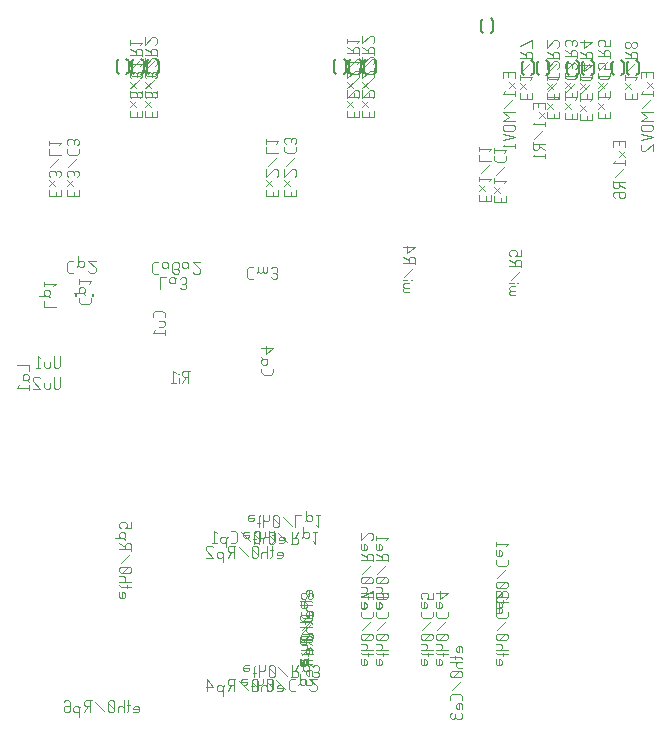
<source format=gbr>
G04 start of page 9 for group -4078 idx -4078 *
G04 Title: (unknown), bottomsilk *
G04 Creator: pcb 1.99z *
G04 CreationDate: Thu 19 Mar 2015 06:29:08 PM GMT UTC *
G04 For: commonadmin *
G04 Format: Gerber/RS-274X *
G04 PCB-Dimensions (mil): 3000.00 2500.00 *
G04 PCB-Coordinate-Origin: lower left *
%MOIN*%
%FSLAX25Y25*%
%LNBOTTOMSILK*%
%ADD129C,0.0050*%
%ADD128C,0.0040*%
%ADD127C,0.0080*%
%ADD126C,0.0060*%
G54D126*X105700Y224400D02*X104900Y223600D01*
X105700Y227900D02*Y224400D01*
X105000Y228600D02*X105700Y227900D01*
X101700Y227800D02*X102400Y228500D01*
X101700Y227800D02*Y224300D01*
X102400Y223600D02*X101700Y224300D01*
X95700Y224400D02*X94900Y223600D01*
X95700Y227900D02*Y224400D01*
X95000Y228600D02*X95700Y227900D01*
X91700Y227800D02*X92400Y228500D01*
X91700Y227800D02*Y224300D01*
X92400Y223600D02*X91700Y224300D01*
X100700Y224400D02*X99900Y223600D01*
X100700Y227900D02*Y224400D01*
X100000Y228600D02*X100700Y227900D01*
X96700Y227800D02*X97400Y228500D01*
X96700Y227800D02*Y224300D01*
X97400Y223600D02*X96700Y224300D01*
G54D127*X83755Y150336D02*Y149550D01*
X78245Y150336D02*Y149550D01*
G54D126*X178200Y224400D02*X177400Y223600D01*
X178200Y227900D02*Y224400D01*
X177500Y228600D02*X178200Y227900D01*
X174200Y227800D02*X174900Y228500D01*
X174200Y227800D02*Y224300D01*
X174900Y223600D02*X174200Y224300D01*
X168200Y224400D02*X167400Y223600D01*
X168200Y227900D02*Y224400D01*
X167500Y228600D02*X168200Y227900D01*
X164200Y227800D02*X164900Y228500D01*
X164200Y227800D02*Y224300D01*
X164900Y223600D02*X164200Y224300D01*
X173200Y224400D02*X172400Y223600D01*
X173200Y227900D02*Y224400D01*
X172500Y228600D02*X173200Y227900D01*
X169200Y227800D02*X169900Y228500D01*
X169200Y227800D02*Y224300D01*
X169900Y223600D02*X169200Y224300D01*
X265700Y223900D02*X264900Y223100D01*
X265700Y227400D02*Y223900D01*
X265000Y228100D02*X265700Y227400D01*
X261700Y227300D02*X262400Y228000D01*
X261700Y227300D02*Y223800D01*
X262400Y223100D02*X261700Y223800D01*
X235700Y223900D02*X234900Y223100D01*
X235700Y227400D02*Y223900D01*
X235000Y228100D02*X235700Y227400D01*
X231700Y227300D02*X232400Y228000D01*
X231700Y227300D02*Y223800D01*
X232400Y223100D02*X231700Y223800D01*
X230700Y223900D02*X229900Y223100D01*
X230700Y227400D02*Y223900D01*
X230000Y228100D02*X230700Y227400D01*
X226700Y227300D02*X227400Y228000D01*
X226700Y227300D02*Y223800D01*
X227400Y223100D02*X226700Y223800D01*
X217200Y237900D02*X216400Y237100D01*
X217200Y241400D02*Y237900D01*
X216500Y242100D02*X217200Y241400D01*
X213200Y241300D02*X213900Y242000D01*
X213200Y241300D02*Y237800D01*
X213900Y237100D02*X213200Y237800D01*
X245700Y223900D02*X244900Y223100D01*
X245700Y227400D02*Y223900D01*
X245000Y228100D02*X245700Y227400D01*
X241700Y227300D02*X242400Y228000D01*
X241700Y227300D02*Y223800D01*
X242400Y223100D02*X241700Y223800D01*
X250700Y223900D02*X249900Y223100D01*
X250700Y227400D02*Y223900D01*
X250000Y228100D02*X250700Y227400D01*
X246700Y227300D02*X247400Y228000D01*
X246700Y227300D02*Y223800D01*
X247400Y223100D02*X246700Y223800D01*
X260700Y223900D02*X259900Y223100D01*
X260700Y227400D02*Y223900D01*
X260000Y228100D02*X260700Y227400D01*
X256700Y227300D02*X257400Y228000D01*
X256700Y227300D02*Y223800D01*
X257400Y223100D02*X256700Y223800D01*
G54D128*X104228Y160950D02*X105528D01*
X103528Y160250D02*X104228Y160950D01*
X103528Y157650D02*Y160250D01*
Y157650D02*X104228Y156950D01*
X105528D01*
X108228Y158950D02*X108728Y159450D01*
X107228Y158950D02*X108228D01*
X106728Y159450D02*X107228Y158950D01*
X106728Y159450D02*Y160450D01*
X107228Y160950D01*
X108728Y158950D02*Y160450D01*
X109228Y160950D01*
X107228D02*X108228D01*
X108728Y160450D01*
X110428Y157450D02*X110928Y156950D01*
X111928D01*
X112428Y157450D01*
X111928Y160950D02*X112428Y160450D01*
X110928Y160950D02*X111928D01*
X110428Y160450D02*X110928Y160950D01*
Y158750D02*X111928D01*
X112428Y157450D02*Y158250D01*
Y159250D02*Y160450D01*
Y159250D02*X111928Y158750D01*
X112428Y158250D02*X111928Y158750D01*
X75991Y161350D02*X77291D01*
X75291Y160650D02*X75991Y161350D01*
X75291Y158050D02*Y160650D01*
Y158050D02*X75991Y157350D01*
X77291D01*
X78991Y159850D02*Y162850D01*
X78491Y159350D02*X78991Y159850D01*
X79491Y159350D01*
X80491D01*
X80991Y159850D01*
Y160850D01*
X80491Y161350D02*X80991Y160850D01*
X79491Y161350D02*X80491D01*
X78991Y160850D02*X79491Y161350D01*
X82191Y157850D02*X82691Y157350D01*
X84191D01*
X84691Y157850D01*
Y158850D01*
X82191Y161350D02*X84691Y158850D01*
X82191Y161350D02*X84691D01*
X67450Y145909D02*X71450D01*
X67450D02*Y147909D01*
X65950Y149609D02*X68950D01*
X69450Y149109D02*X68950Y149609D01*
X69450Y150109D01*
Y151109D01*
X68950Y151609D01*
X67950D02*X68950D01*
X67450Y151109D02*X67950Y151609D01*
X67450Y150109D02*Y151109D01*
X67950Y149609D02*X67450Y150109D01*
X70650Y152809D02*X71450Y153609D01*
X67450D02*X71450D01*
X67450Y152809D02*Y154309D01*
X79150Y147493D02*Y148793D01*
X79850Y146793D02*X79150Y147493D01*
X79850Y146793D02*X82450D01*
X83150Y147493D01*
Y148793D01*
X77650Y150493D02*X80650D01*
X81150Y149993D02*X80650Y150493D01*
X81150Y150993D01*
Y151993D01*
X80650Y152493D01*
X79650D02*X80650D01*
X79150Y151993D02*X79650Y152493D01*
X79150Y150993D02*Y151993D01*
X79650Y150493D02*X79150Y150993D01*
X82350Y153693D02*X83150Y154493D01*
X79150D02*X83150D01*
X79150Y153693D02*Y155193D01*
X110876Y160950D02*X112176D01*
X110176Y160250D02*X110876Y160950D01*
X110176Y157650D02*Y160250D01*
Y157650D02*X110876Y156950D01*
X112176D01*
X114876Y158950D02*X115376Y159450D01*
X113876Y158950D02*X114876D01*
X113376Y159450D02*X113876Y158950D01*
X113376Y159450D02*Y160450D01*
X113876Y160950D01*
X115376Y158950D02*Y160450D01*
X115876Y160950D01*
X113876D02*X114876D01*
X115376Y160450D01*
X117076Y157450D02*X117576Y156950D01*
X119076D01*
X119576Y157450D01*
Y158450D01*
X117076Y160950D02*X119576Y158450D01*
X117076Y160950D02*X119576D01*
X135976Y159350D02*X137276D01*
X135276Y158650D02*X135976Y159350D01*
X135276Y156050D02*Y158650D01*
Y156050D02*X135976Y155350D01*
X137276D01*
X138976Y157850D02*Y159350D01*
Y157850D02*X139476Y157350D01*
X139976D01*
X140476Y157850D01*
Y159350D01*
Y157850D02*X140976Y157350D01*
X141476D01*
X141976Y157850D01*
Y159350D01*
X138476Y157350D02*X138976Y157850D01*
X143176Y155850D02*X143676Y155350D01*
X144676D01*
X145176Y155850D01*
X144676Y159350D02*X145176Y158850D01*
X143676Y159350D02*X144676D01*
X143176Y158850D02*X143676Y159350D01*
Y157150D02*X144676D01*
X145176Y155850D02*Y156650D01*
Y157650D02*Y158850D01*
Y157650D02*X144676Y157150D01*
X145176Y156650D02*X144676Y157150D01*
X106043Y151850D02*Y155850D01*
X108043D01*
X110743Y153850D02*X111243Y154350D01*
X109743Y153850D02*X110743D01*
X109243Y154350D02*X109743Y153850D01*
X109243Y154350D02*Y155350D01*
X109743Y155850D01*
X111243Y153850D02*Y155350D01*
X111743Y155850D01*
X109743D02*X110743D01*
X111243Y155350D01*
X112943Y152350D02*X113443Y151850D01*
X114443D01*
X114943Y152350D01*
X114443Y155850D02*X114943Y155350D01*
X113443Y155850D02*X114443D01*
X112943Y155350D02*X113443Y155850D01*
Y153650D02*X114443D01*
X114943Y152350D02*Y153150D01*
Y154150D02*Y155350D01*
Y154150D02*X114443Y153650D01*
X114943Y153150D02*X114443Y153650D01*
X187650Y150776D02*X189150D01*
X187650D02*X187150Y151276D01*
Y151776D01*
X187650Y152276D01*
X189150D01*
X187650D02*X187150Y152776D01*
Y153276D01*
X187650Y153776D01*
X189150D01*
G54D129*X190050Y154976D02*X190150D01*
G54D128*X187150D02*X188650D01*
X187650Y155976D02*X190650Y158976D01*
X191150Y160176D02*Y162176D01*
X190650Y162676D01*
X189650D02*X190650D01*
X189150Y162176D02*X189650Y162676D01*
X189150Y160676D02*Y162176D01*
X187150Y160676D02*X191150D01*
X189150Y161476D02*X187150Y162676D01*
X188650Y163876D02*X191150Y165876D01*
X188650Y163876D02*Y166376D01*
X187150Y165876D02*X191150D01*
X223150Y149776D02*X224650D01*
X223150D02*X222650Y150276D01*
Y150776D01*
X223150Y151276D01*
X224650D01*
X223150D02*X222650Y151776D01*
Y152276D01*
X223150Y152776D01*
X224650D01*
G54D129*X225550Y153976D02*X225650D01*
G54D128*X222650D02*X224150D01*
X223150Y154976D02*X226150Y157976D01*
X226650Y159176D02*Y161176D01*
X226150Y161676D01*
X225150D02*X226150D01*
X224650Y161176D02*X225150Y161676D01*
X224650Y159676D02*Y161176D01*
X222650Y159676D02*X226650D01*
X224650Y160476D02*X222650Y161676D01*
X226650Y162876D02*Y164876D01*
X224650Y162876D02*X226650D01*
X224650D02*X225150Y163376D01*
Y164376D01*
X224650Y164876D01*
X223150D02*X224650D01*
X222650Y164376D02*X223150Y164876D01*
X222650Y163376D02*Y164376D01*
X223150Y162876D02*X222650Y163376D01*
X263350Y215276D02*Y216776D01*
X261150Y215276D02*Y217276D01*
Y215276D02*X265150D01*
Y217276D01*
X263150Y218476D02*X261150Y220476D01*
Y218476D02*X263150Y220476D01*
X264350Y221676D02*X265150Y222476D01*
X261150D02*X265150D01*
X261150Y221676D02*Y223176D01*
X261650Y224376D02*X264650Y227376D01*
X265150Y228576D02*Y230576D01*
X264650Y231076D01*
X263650D02*X264650D01*
X263150Y230576D02*X263650Y231076D01*
X263150Y229076D02*Y230576D01*
X261150Y229076D02*X265150D01*
X263150Y229876D02*X261150Y231076D01*
X261650Y232276D02*X261150Y232776D01*
X261650Y232276D02*X262450D01*
X263150Y232976D01*
Y233576D01*
X262450Y234276D01*
X261650D02*X262450D01*
X261150Y233776D02*X261650Y234276D01*
X261150Y232776D02*Y233776D01*
X263850Y232276D02*X263150Y232976D01*
X263850Y232276D02*X264650D01*
X265150Y232776D01*
Y233776D01*
X264650Y234276D01*
X263850D02*X264650D01*
X263150Y233576D02*X263850Y234276D01*
X268150Y222709D02*Y224209D01*
X270350Y222209D02*Y224209D01*
X266350D02*X270350D01*
X266350Y222209D02*Y224209D01*
X268350Y221009D02*X270350Y219009D01*
Y221009D02*X268350Y219009D01*
X267150Y217809D02*X266350Y217009D01*
X270350D01*
Y216309D02*Y217809D01*
X269850Y215109D02*X266850Y212109D01*
X266350Y210909D02*X270350D01*
X266350D02*X268350Y209409D01*
X266350Y207909D01*
X270350D01*
X266850Y206709D02*X269850D01*
X266850D02*X266350Y206209D01*
Y205209D02*Y206209D01*
Y205209D02*X266850Y204709D01*
X269850D01*
X270350Y205209D02*X269850Y204709D01*
X270350Y205209D02*Y206209D01*
X269850Y206709D02*X270350Y206209D01*
X266350Y203509D02*X270350Y202509D01*
X266350Y201509D01*
X266850Y200309D02*X266350Y199809D01*
Y198309D02*Y199809D01*
Y198309D02*X266850Y197809D01*
X267850D01*
X270350Y200309D02*X267850Y197809D01*
X270350D02*Y200309D01*
X254350Y208776D02*Y210276D01*
X252150Y208776D02*Y210776D01*
Y208776D02*X256150D01*
Y210776D01*
X254150Y211976D02*X252150Y213976D01*
Y211976D02*X254150Y213976D01*
X255350Y215176D02*X256150Y215976D01*
X252150D02*X256150D01*
X252150Y215176D02*Y216676D01*
X252650Y217876D02*X255650Y220876D01*
X252150Y222776D02*Y224076D01*
X252850Y222076D02*X252150Y222776D01*
X252850Y222076D02*X255450D01*
X256150Y222776D01*
Y224076D01*
Y225276D02*Y227276D01*
X254150Y225276D02*X256150D01*
X254150D02*X254650Y225776D01*
Y226776D01*
X254150Y227276D01*
X252650D02*X254150D01*
X252150Y226776D02*X252650Y227276D01*
X252150Y225776D02*Y226776D01*
X252650Y225276D02*X252150Y225776D01*
X254350Y215776D02*Y217276D01*
X252150Y215776D02*Y217776D01*
Y215776D02*X256150D01*
Y217776D01*
X254150Y218976D02*X252150Y220976D01*
Y218976D02*X254150Y220976D01*
X255350Y222176D02*X256150Y222976D01*
X252150D02*X256150D01*
X252150Y222176D02*Y223676D01*
X252650Y224876D02*X255650Y227876D01*
X256150Y229076D02*Y231076D01*
X255650Y231576D01*
X254650D02*X255650D01*
X254150Y231076D02*X254650Y231576D01*
X254150Y229576D02*Y231076D01*
X252150Y229576D02*X256150D01*
X254150Y230376D02*X252150Y231576D01*
X256150Y232776D02*Y234776D01*
X254150Y232776D02*X256150D01*
X254150D02*X254650Y233276D01*
Y234276D01*
X254150Y234776D01*
X252650D02*X254150D01*
X252150Y234276D02*X252650Y234776D01*
X252150Y233276D02*Y234276D01*
X252650Y232776D02*X252150Y233276D01*
X259107Y199767D02*Y201267D01*
X261307Y199267D02*Y201267D01*
X257307D02*X261307D01*
X257307Y199267D02*Y201267D01*
X259307Y198067D02*X261307Y196067D01*
Y198067D02*X259307Y196067D01*
X258107Y194867D02*X257307Y194067D01*
X261307D01*
Y193367D02*Y194867D01*
X260807Y192167D02*X257807Y189167D01*
X257307Y185967D02*Y187967D01*
Y185967D02*X257807Y185467D01*
X258807D01*
X259307Y185967D02*X258807Y185467D01*
X259307Y185967D02*Y187467D01*
X257307D02*X261307D01*
X259307Y186667D02*X261307Y185467D01*
X257307Y182767D02*X257807Y182267D01*
X257307Y182767D02*Y183767D01*
X257807Y184267D02*X257307Y183767D01*
X257807Y184267D02*X260807D01*
X261307Y183767D01*
X259107Y182767D02*X259607Y182267D01*
X259107Y182767D02*Y184267D01*
X261307Y182767D02*Y183767D01*
Y182767D02*X260807Y182267D01*
X259607D02*X260807D01*
X98350Y215776D02*Y217276D01*
X96150Y215776D02*Y217776D01*
Y215776D02*X100150D01*
Y217776D01*
X98150Y218976D02*X96150Y220976D01*
Y218976D02*X98150Y220976D01*
X99650Y222176D02*X100150Y222676D01*
Y223676D01*
X99650Y224176D01*
X96150Y223676D02*X96650Y224176D01*
X96150Y222676D02*Y223676D01*
X96650Y222176D02*X96150Y222676D01*
X98350D02*Y223676D01*
X98850Y224176D02*X99650D01*
X96650D02*X97850D01*
X98350Y223676D01*
X98850Y224176D02*X98350Y223676D01*
X96650Y225376D02*X99650Y228376D01*
X100150Y229576D02*Y231576D01*
X99650Y232076D01*
X98650D02*X99650D01*
X98150Y231576D02*X98650Y232076D01*
X98150Y230076D02*Y231576D01*
X96150Y230076D02*X100150D01*
X98150Y230876D02*X96150Y232076D01*
X99350Y233276D02*X100150Y234076D01*
X96150D02*X100150D01*
X96150Y233276D02*Y234776D01*
X98350Y209276D02*Y210776D01*
X96150Y209276D02*Y211276D01*
Y209276D02*X100150D01*
Y211276D01*
X98150Y212476D02*X96150Y214476D01*
Y212476D02*X98150Y214476D01*
X99650Y215676D02*X100150Y216176D01*
Y217176D01*
X99650Y217676D01*
X96150Y217176D02*X96650Y217676D01*
X96150Y216176D02*Y217176D01*
X96650Y215676D02*X96150Y216176D01*
X98350D02*Y217176D01*
X98850Y217676D02*X99650D01*
X96650D02*X97850D01*
X98350Y217176D01*
X98850Y217676D02*X98350Y217176D01*
X96650Y218876D02*X99650Y221876D01*
X96150Y223776D02*Y225076D01*
X96850Y223076D02*X96150Y223776D01*
X96850Y223076D02*X99450D01*
X100150Y223776D01*
Y225076D01*
X99350Y226276D02*X100150Y227076D01*
X96150D02*X100150D01*
X96150Y226276D02*Y227776D01*
X103350Y209276D02*Y210776D01*
X101150Y209276D02*Y211276D01*
Y209276D02*X105150D01*
Y211276D01*
X103150Y212476D02*X101150Y214476D01*
Y212476D02*X103150Y214476D01*
X104650Y215676D02*X105150Y216176D01*
Y217176D01*
X104650Y217676D01*
X101150Y217176D02*X101650Y217676D01*
X101150Y216176D02*Y217176D01*
X101650Y215676D02*X101150Y216176D01*
X103350D02*Y217176D01*
X103850Y217676D02*X104650D01*
X101650D02*X102850D01*
X103350Y217176D01*
X103850Y217676D02*X103350Y217176D01*
X101650Y218876D02*X104650Y221876D01*
X101150Y223776D02*Y225076D01*
X101850Y223076D02*X101150Y223776D01*
X101850Y223076D02*X104450D01*
X105150Y223776D01*
Y225076D01*
X104650Y226276D02*X105150Y226776D01*
Y228276D01*
X104650Y228776D01*
X103650D02*X104650D01*
X101150Y226276D02*X103650Y228776D01*
X101150Y226276D02*Y228776D01*
X103350Y215776D02*Y217276D01*
X101150Y215776D02*Y217776D01*
Y215776D02*X105150D01*
Y217776D01*
X103150Y218976D02*X101150Y220976D01*
Y218976D02*X103150Y220976D01*
X104650Y222176D02*X105150Y222676D01*
Y223676D01*
X104650Y224176D01*
X101150Y223676D02*X101650Y224176D01*
X101150Y222676D02*Y223676D01*
X101650Y222176D02*X101150Y222676D01*
X103350D02*Y223676D01*
X103850Y224176D02*X104650D01*
X101650D02*X102850D01*
X103350Y223676D01*
X103850Y224176D02*X103350Y223676D01*
X101650Y225376D02*X104650Y228376D01*
X105150Y229576D02*Y231576D01*
X104650Y232076D01*
X103650D02*X104650D01*
X103150Y231576D02*X103650Y232076D01*
X103150Y230076D02*Y231576D01*
X101150Y230076D02*X105150D01*
X103150Y230876D02*X101150Y232076D01*
X104650Y233276D02*X105150Y233776D01*
Y235276D01*
X104650Y235776D01*
X103650D02*X104650D01*
X101150Y233276D02*X103650Y235776D01*
X101150Y233276D02*Y235776D01*
X71350Y182909D02*Y184409D01*
X69150Y182909D02*Y184909D01*
Y182909D02*X73150D01*
Y184909D01*
X71150Y186109D02*X69150Y188109D01*
Y186109D02*X71150Y188109D01*
X72650Y189309D02*X73150Y189809D01*
Y190809D01*
X72650Y191309D01*
X69150Y190809D02*X69650Y191309D01*
X69150Y189809D02*Y190809D01*
X69650Y189309D02*X69150Y189809D01*
X71350D02*Y190809D01*
X71850Y191309D02*X72650D01*
X69650D02*X70850D01*
X71350Y190809D01*
X71850Y191309D02*X71350Y190809D01*
X69650Y192509D02*X72650Y195509D01*
X69150Y196709D02*X73150D01*
X69150D02*Y198709D01*
X72350Y199909D02*X73150Y200709D01*
X69150D02*X73150D01*
X69150Y199909D02*Y201409D01*
X77350Y182909D02*Y184409D01*
X75150Y182909D02*Y184909D01*
Y182909D02*X79150D01*
Y184909D01*
X77150Y186109D02*X75150Y188109D01*
Y186109D02*X77150Y188109D01*
X78650Y189309D02*X79150Y189809D01*
Y190809D01*
X78650Y191309D01*
X75150Y190809D02*X75650Y191309D01*
X75150Y189809D02*Y190809D01*
X75650Y189309D02*X75150Y189809D01*
X77350D02*Y190809D01*
X77850Y191309D02*X78650D01*
X75650D02*X76850D01*
X77350Y190809D01*
X77850Y191309D02*X77350Y190809D01*
X75650Y192509D02*X78650Y195509D01*
X75150Y197409D02*Y198709D01*
X75850Y196709D02*X75150Y197409D01*
X75850Y196709D02*X78450D01*
X79150Y197409D01*
Y198709D01*
X78650Y199909D02*X79150Y200409D01*
Y201409D01*
X78650Y201909D01*
X75150Y201409D02*X75650Y201909D01*
X75150Y200409D02*Y201409D01*
X75650Y199909D02*X75150Y200409D01*
X77350D02*Y201409D01*
X77850Y201909D02*X78650D01*
X75650D02*X76850D01*
X77350Y201409D01*
X77850Y201909D02*X77350Y201409D01*
X143850Y182909D02*Y184409D01*
X141650Y182909D02*Y184909D01*
Y182909D02*X145650D01*
Y184909D01*
X143650Y186109D02*X141650Y188109D01*
Y186109D02*X143650Y188109D01*
X145150Y189309D02*X145650Y189809D01*
Y191309D01*
X145150Y191809D01*
X144150D02*X145150D01*
X141650Y189309D02*X144150Y191809D01*
X141650Y189309D02*Y191809D01*
X142150Y193009D02*X145150Y196009D01*
X141650Y197209D02*X145650D01*
X141650D02*Y199209D01*
X144850Y200409D02*X145650Y201209D01*
X141650D02*X145650D01*
X141650Y200409D02*Y201909D01*
X149850Y182909D02*Y184409D01*
X147650Y182909D02*Y184909D01*
Y182909D02*X151650D01*
Y184909D01*
X149650Y186109D02*X147650Y188109D01*
Y186109D02*X149650Y188109D01*
X151150Y189309D02*X151650Y189809D01*
Y191309D01*
X151150Y191809D01*
X150150D02*X151150D01*
X147650Y189309D02*X150150Y191809D01*
X147650Y189309D02*Y191809D01*
X148150Y193009D02*X151150Y196009D01*
X147650Y197909D02*Y199209D01*
X148350Y197209D02*X147650Y197909D01*
X148350Y197209D02*X150950D01*
X151650Y197909D01*
Y199209D01*
X151150Y200409D02*X151650Y200909D01*
Y201909D01*
X151150Y202409D01*
X147650Y201909D02*X148150Y202409D01*
X147650Y200909D02*Y201909D01*
X148150Y200409D02*X147650Y200909D01*
X149850D02*Y201909D01*
X150350Y202409D02*X151150D01*
X148150D02*X149350D01*
X149850Y201909D01*
X150350Y202409D02*X149850Y201909D01*
X170850Y215776D02*Y217276D01*
X168650Y215776D02*Y217776D01*
Y215776D02*X172650D01*
Y217776D01*
X170650Y218976D02*X168650Y220976D01*
Y218976D02*X170650Y220976D01*
X172150Y222176D02*X172650Y222676D01*
Y224176D01*
X172150Y224676D01*
X171150D02*X172150D01*
X168650Y222176D02*X171150Y224676D01*
X168650Y222176D02*Y224676D01*
X169150Y225876D02*X172150Y228876D01*
X172650Y230076D02*Y232076D01*
X172150Y232576D01*
X171150D02*X172150D01*
X170650Y232076D02*X171150Y232576D01*
X170650Y230576D02*Y232076D01*
X168650Y230576D02*X172650D01*
X170650Y231376D02*X168650Y232576D01*
X171850Y233776D02*X172650Y234576D01*
X168650D02*X172650D01*
X168650Y233776D02*Y235276D01*
X170850Y209276D02*Y210776D01*
X168650Y209276D02*Y211276D01*
Y209276D02*X172650D01*
Y211276D01*
X170650Y212476D02*X168650Y214476D01*
Y212476D02*X170650Y214476D01*
X172150Y215676D02*X172650Y216176D01*
Y217676D01*
X172150Y218176D01*
X171150D02*X172150D01*
X168650Y215676D02*X171150Y218176D01*
X168650Y215676D02*Y218176D01*
X169150Y219376D02*X172150Y222376D01*
X168650Y224276D02*Y225576D01*
X169350Y223576D02*X168650Y224276D01*
X169350Y223576D02*X171950D01*
X172650Y224276D01*
Y225576D01*
X171850Y226776D02*X172650Y227576D01*
X168650D02*X172650D01*
X168650Y226776D02*Y228276D01*
X175850Y215776D02*Y217276D01*
X173650Y215776D02*Y217776D01*
Y215776D02*X177650D01*
Y217776D01*
X175650Y218976D02*X173650Y220976D01*
Y218976D02*X175650Y220976D01*
X177150Y222176D02*X177650Y222676D01*
Y224176D01*
X177150Y224676D01*
X176150D02*X177150D01*
X173650Y222176D02*X176150Y224676D01*
X173650Y222176D02*Y224676D01*
X174150Y225876D02*X177150Y228876D01*
X177650Y230076D02*Y232076D01*
X177150Y232576D01*
X176150D02*X177150D01*
X175650Y232076D02*X176150Y232576D01*
X175650Y230576D02*Y232076D01*
X173650Y230576D02*X177650D01*
X175650Y231376D02*X173650Y232576D01*
X177150Y233776D02*X177650Y234276D01*
Y235776D01*
X177150Y236276D01*
X176150D02*X177150D01*
X173650Y233776D02*X176150Y236276D01*
X173650Y233776D02*Y236276D01*
X175850Y209276D02*Y210776D01*
X173650Y209276D02*Y211276D01*
Y209276D02*X177650D01*
Y211276D01*
X175650Y212476D02*X173650Y214476D01*
Y212476D02*X175650Y214476D01*
X177150Y215676D02*X177650Y216176D01*
Y217676D01*
X177150Y218176D01*
X176150D02*X177150D01*
X173650Y215676D02*X176150Y218176D01*
X173650Y215676D02*Y218176D01*
X174150Y219376D02*X177150Y222376D01*
X173650Y224276D02*Y225576D01*
X174350Y223576D02*X173650Y224276D01*
X174350Y223576D02*X176950D01*
X177650Y224276D01*
Y225576D01*
X177150Y226776D02*X177650Y227276D01*
Y228776D01*
X177150Y229276D01*
X176150D02*X177150D01*
X173650Y226776D02*X176150Y229276D01*
X173650Y226776D02*Y229276D01*
X222150Y222709D02*Y224209D01*
X224350Y222209D02*Y224209D01*
X220350D02*X224350D01*
X220350Y222209D02*Y224209D01*
X222350Y221009D02*X224350Y219009D01*
Y221009D02*X222350Y219009D01*
X221150Y217809D02*X220350Y217009D01*
X224350D01*
Y216309D02*Y217809D01*
X223850Y215109D02*X220850Y212109D01*
X220350Y210909D02*X224350D01*
X220350D02*X222350Y209409D01*
X220350Y207909D01*
X224350D01*
X220850Y206709D02*X223850D01*
X220850D02*X220350Y206209D01*
Y205209D02*Y206209D01*
Y205209D02*X220850Y204709D01*
X223850D01*
X224350Y205209D02*X223850Y204709D01*
X224350Y205209D02*Y206209D01*
X223850Y206709D02*X224350Y206209D01*
X220350Y203509D02*X224350Y202509D01*
X220350Y201509D01*
X221150Y200309D02*X220350Y199509D01*
X224350D01*
Y198809D02*Y200309D01*
X228350Y215276D02*Y216776D01*
X226150Y215276D02*Y217276D01*
Y215276D02*X230150D01*
Y217276D01*
X228150Y218476D02*X226150Y220476D01*
Y218476D02*X228150Y220476D01*
X229350Y221676D02*X230150Y222476D01*
X226150D02*X230150D01*
X226150Y221676D02*Y223176D01*
X226650Y224376D02*X229650Y227376D01*
X230150Y228576D02*Y230576D01*
X229650Y231076D01*
X228650D02*X229650D01*
X228150Y230576D02*X228650Y231076D01*
X228150Y229076D02*Y230576D01*
X226150Y229076D02*X230150D01*
X228150Y229876D02*X226150Y231076D01*
Y232776D02*X230150Y234776D01*
Y232276D02*Y234776D01*
X214850Y181391D02*Y182891D01*
X212650Y181391D02*Y183391D01*
Y181391D02*X216650D01*
Y183391D01*
X214650Y184591D02*X212650Y186591D01*
Y184591D02*X214650Y186591D01*
X215850Y187791D02*X216650Y188591D01*
X212650D02*X216650D01*
X212650Y187791D02*Y189291D01*
X213150Y190491D02*X216150Y193491D01*
X212650Y194691D02*X216650D01*
X212650D02*Y196691D01*
X215850Y197891D02*X216650Y198691D01*
X212650D02*X216650D01*
X212650Y197891D02*Y199391D01*
X219850Y180891D02*Y182391D01*
X217650Y180891D02*Y182891D01*
Y180891D02*X221650D01*
Y182891D01*
X219650Y184091D02*X217650Y186091D01*
Y184091D02*X219650Y186091D01*
X220850Y187291D02*X221650Y188091D01*
X217650D02*X221650D01*
X217650Y187291D02*Y188791D01*
X218150Y189991D02*X221150Y192991D01*
X217650Y194891D02*Y196191D01*
X218350Y194191D02*X217650Y194891D01*
X218350Y194191D02*X220950D01*
X221650Y194891D01*
Y196191D01*
X220850Y197391D02*X221650Y198191D01*
X217650D02*X221650D01*
X217650Y197391D02*Y198891D01*
X232150Y212576D02*Y214076D01*
X234350Y212076D02*Y214076D01*
X230350D02*X234350D01*
X230350Y212076D02*Y214076D01*
X232350Y210876D02*X234350Y208876D01*
Y210876D02*X232350Y208876D01*
X231150Y207676D02*X230350Y206876D01*
X234350D01*
Y206176D02*Y207676D01*
X233850Y204976D02*X230850Y201976D01*
X230350Y198776D02*Y200776D01*
Y198776D02*X230850Y198276D01*
X231850D01*
X232350Y198776D02*X231850Y198276D01*
X232350Y198776D02*Y200276D01*
X230350D02*X234350D01*
X232350Y199476D02*X234350Y198276D01*
X231150Y197076D02*X230350Y196276D01*
X234350D01*
Y195576D02*Y197076D01*
X237350Y208776D02*Y210276D01*
X235150Y208776D02*Y210776D01*
Y208776D02*X239150D01*
Y210776D01*
X237150Y211976D02*X235150Y213976D01*
Y211976D02*X237150Y213976D01*
X238350Y215176D02*X239150Y215976D01*
X235150D02*X239150D01*
X235150Y215176D02*Y216676D01*
X235650Y217876D02*X238650Y220876D01*
X235150Y222776D02*Y224076D01*
X235850Y222076D02*X235150Y222776D01*
X235850Y222076D02*X238450D01*
X239150Y222776D01*
Y224076D01*
X238650Y225276D02*X239150Y225776D01*
Y227276D01*
X238650Y227776D01*
X237650D02*X238650D01*
X235150Y225276D02*X237650Y227776D01*
X235150Y225276D02*Y227776D01*
X237350Y215276D02*Y216776D01*
X235150Y215276D02*Y217276D01*
Y215276D02*X239150D01*
Y217276D01*
X237150Y218476D02*X235150Y220476D01*
Y218476D02*X237150Y220476D01*
X238350Y221676D02*X239150Y222476D01*
X235150D02*X239150D01*
X235150Y221676D02*Y223176D01*
X235650Y224376D02*X238650Y227376D01*
X239150Y228576D02*Y230576D01*
X238650Y231076D01*
X237650D02*X238650D01*
X237150Y230576D02*X237650Y231076D01*
X237150Y229076D02*Y230576D01*
X235150Y229076D02*X239150D01*
X237150Y229876D02*X235150Y231076D01*
X238650Y232276D02*X239150Y232776D01*
Y234276D01*
X238650Y234776D01*
X237650D02*X238650D01*
X235150Y232276D02*X237650Y234776D01*
X235150Y232276D02*Y234776D01*
X243350Y215776D02*Y217276D01*
X241150Y215776D02*Y217776D01*
Y215776D02*X245150D01*
Y217776D01*
X243150Y218976D02*X241150Y220976D01*
Y218976D02*X243150Y220976D01*
X244350Y222176D02*X245150Y222976D01*
X241150D02*X245150D01*
X241150Y222176D02*Y223676D01*
X241650Y224876D02*X244650Y227876D01*
X245150Y229076D02*Y231076D01*
X244650Y231576D01*
X243650D02*X244650D01*
X243150Y231076D02*X243650Y231576D01*
X243150Y229576D02*Y231076D01*
X241150Y229576D02*X245150D01*
X243150Y230376D02*X241150Y231576D01*
X244650Y232776D02*X245150Y233276D01*
Y234276D01*
X244650Y234776D01*
X241150Y234276D02*X241650Y234776D01*
X241150Y233276D02*Y234276D01*
X241650Y232776D02*X241150Y233276D01*
X243350D02*Y234276D01*
X243850Y234776D02*X244650D01*
X241650D02*X242850D01*
X243350Y234276D01*
X243850Y234776D02*X243350Y234276D01*
X248350Y208128D02*Y209628D01*
X246150Y208128D02*Y210128D01*
Y208128D02*X250150D01*
Y210128D01*
X248150Y211328D02*X246150Y213328D01*
Y211328D02*X248150Y213328D01*
X249350Y214528D02*X250150Y215328D01*
X246150D02*X250150D01*
X246150Y214528D02*Y216028D01*
X246650Y217228D02*X249650Y220228D01*
X246150Y222128D02*Y223428D01*
X246850Y221428D02*X246150Y222128D01*
X246850Y221428D02*X249450D01*
X250150Y222128D01*
Y223428D01*
X247650Y224628D02*X250150Y226628D01*
X247650Y224628D02*Y227128D01*
X246150Y226628D02*X250150D01*
X248350Y215276D02*Y216776D01*
X246150Y215276D02*Y217276D01*
Y215276D02*X250150D01*
Y217276D01*
X248150Y218476D02*X246150Y220476D01*
Y218476D02*X248150Y220476D01*
X249350Y221676D02*X250150Y222476D01*
X246150D02*X250150D01*
X246150Y221676D02*Y223176D01*
X246650Y224376D02*X249650Y227376D01*
X250150Y228576D02*Y230576D01*
X249650Y231076D01*
X248650D02*X249650D01*
X248150Y230576D02*X248650Y231076D01*
X248150Y229076D02*Y230576D01*
X246150Y229076D02*X250150D01*
X248150Y229876D02*X246150Y231076D01*
X247650Y232276D02*X250150Y234276D01*
X247650Y232276D02*Y234776D01*
X246150Y234276D02*X250150D01*
X243350Y208628D02*Y210128D01*
X241150Y208628D02*Y210628D01*
Y208628D02*X245150D01*
Y210628D01*
X243150Y211828D02*X241150Y213828D01*
Y211828D02*X243150Y213828D01*
X244350Y215028D02*X245150Y215828D01*
X241150D02*X245150D01*
X241150Y215028D02*Y216528D01*
X241650Y217728D02*X244650Y220728D01*
X241150Y222628D02*Y223928D01*
X241850Y221928D02*X241150Y222628D01*
X241850Y221928D02*X244450D01*
X245150Y222628D01*
Y223928D01*
X244650Y225128D02*X245150Y225628D01*
Y226628D01*
X244650Y227128D01*
X241150Y226628D02*X241650Y227128D01*
X241150Y225628D02*Y226628D01*
X241650Y225128D02*X241150Y225628D01*
X243350D02*Y226628D01*
X243850Y227128D02*X244650D01*
X241650D02*X242850D01*
X243350Y226628D01*
X243850Y227128D02*X243350Y226628D01*
X58350Y126709D02*X62350D01*
Y124709D02*Y126709D01*
X60350Y122009D02*X60850Y121509D01*
X60350Y122009D02*Y123009D01*
X60850Y123509D02*X60350Y123009D01*
X60850Y123509D02*X61850D01*
X62350Y123009D01*
X60350Y121509D02*X61850D01*
X62350Y121009D01*
Y122009D02*Y123009D01*
Y122009D02*X61850Y121509D01*
X59150Y119809D02*X58350Y119009D01*
X62350D01*
Y118309D02*Y119809D01*
X72709Y126150D02*Y129650D01*
Y126150D02*X72209Y125650D01*
X71209D02*X72209D01*
X71209D02*X70709Y126150D01*
Y129650D01*
X69509Y126150D02*Y127650D01*
Y126150D02*X69009Y125650D01*
X68009D02*X69009D01*
X68009D02*X67509Y126150D01*
Y127650D01*
X66309Y128850D02*X65509Y129650D01*
Y125650D02*Y129650D01*
X64809Y125650D02*X66309D01*
X72709Y119150D02*Y122650D01*
Y119150D02*X72209Y118650D01*
X71209D02*X72209D01*
X71209D02*X70709Y119150D01*
Y122650D01*
X69509Y119150D02*Y120650D01*
Y119150D02*X69009Y118650D01*
X68009D02*X69009D01*
X68009D02*X67509Y119150D01*
Y120650D01*
X66309Y122150D02*X65809Y122650D01*
X64309D02*X65809D01*
X64309D02*X63809Y122150D01*
Y121150D02*Y122150D01*
X66309Y118650D02*X63809Y121150D01*
Y118650D02*X66309D01*
X114076Y124650D02*X116076D01*
X114076D02*X113576Y124150D01*
Y123150D02*Y124150D01*
X114076Y122650D02*X113576Y123150D01*
X114076Y122650D02*X115576D01*
Y120650D02*Y124650D01*
X114776Y122650D02*X113576Y120650D01*
G54D129*X112376Y123550D02*Y123650D01*
G54D128*Y120650D02*Y122150D01*
X111376Y123850D02*X110576Y124650D01*
Y120650D02*Y124650D01*
X109876Y120650D02*X111376D01*
X107702Y142591D02*Y143891D01*
X107002Y144591D02*X107702Y143891D01*
X104402Y144591D02*X107002D01*
X104402D02*X103702Y143891D01*
Y142591D02*Y143891D01*
X105702Y141391D02*X107202D01*
X107702Y140891D01*
Y139891D02*Y140891D01*
Y139891D02*X107202Y139391D01*
X105702D02*X107202D01*
X104502Y138191D02*X103702Y137391D01*
X107702D01*
Y136691D02*Y138191D01*
X140002Y124109D02*Y125409D01*
X140702Y123409D02*X140002Y124109D01*
X140702Y123409D02*X143302D01*
X144002Y124109D01*
Y125409D01*
X142002Y128109D02*X141502Y128609D01*
X142002Y127109D02*Y128109D01*
X141502Y126609D02*X142002Y127109D01*
X140502Y126609D02*X141502D01*
X140502D02*X140002Y127109D01*
X140502Y128609D02*X142002D01*
X140502D02*X140002Y129109D01*
Y127109D02*Y128109D01*
X140502Y128609D01*
X141502Y130309D02*X144002Y132309D01*
X141502Y130309D02*Y132809D01*
X140002Y132309D02*X144002D01*
X145740Y67272D02*X147240D01*
X147740Y67772D02*X147240Y67272D01*
X147740Y67772D02*Y68772D01*
X147240Y69272D01*
X146240D02*X147240D01*
X146240D02*X145740Y68772D01*
Y68272D02*X147740D01*
X145740D02*Y68772D01*
X144040Y67772D02*Y71272D01*
Y67772D02*X143540Y67272D01*
Y69772D02*X144540D01*
X142540Y67272D02*Y71272D01*
Y68772D02*X142040Y69272D01*
X141040D02*X142040D01*
X141040D02*X140540Y68772D01*
Y67272D02*Y68772D01*
X139340Y67772D02*X138840Y67272D01*
X139340Y67772D02*Y70772D01*
X138840Y71272D01*
X137840D02*X138840D01*
X137840D02*X137340Y70772D01*
Y67772D02*Y70772D01*
X137840Y67272D02*X137340Y67772D01*
X137840Y67272D02*X138840D01*
X139340Y68272D02*X137340Y70272D01*
X136140Y67772D02*X133140Y70772D01*
X129940Y67272D02*X131240D01*
X131940Y67972D02*X131240Y67272D01*
X131940Y67972D02*Y70572D01*
X131240Y71272D01*
X129940D02*X131240D01*
X128240Y65772D02*Y68772D01*
X128740Y69272D02*X128240Y68772D01*
X127740Y69272D01*
X126740D02*X127740D01*
X126740D02*X126240Y68772D01*
Y67772D02*Y68772D01*
X126740Y67272D02*X126240Y67772D01*
X126740Y67272D02*X127740D01*
X128240Y67772D02*X127740Y67272D01*
X125040Y70472D02*X124240Y71272D01*
Y67272D02*Y71272D01*
X123540Y67272D02*X125040D01*
X145092Y17772D02*X146592D01*
X147092Y18272D02*X146592Y17772D01*
X147092Y18272D02*Y19272D01*
X146592Y19772D01*
X145592D02*X146592D01*
X145592D02*X145092Y19272D01*
Y18772D02*X147092D01*
X145092D02*Y19272D01*
X143392Y18272D02*Y21772D01*
Y18272D02*X142892Y17772D01*
Y20272D02*X143892D01*
X141892Y17772D02*Y21772D01*
Y19272D02*X141392Y19772D01*
X140392D02*X141392D01*
X140392D02*X139892Y19272D01*
Y17772D02*Y19272D01*
X138692Y18272D02*X138192Y17772D01*
X138692Y18272D02*Y21272D01*
X138192Y21772D01*
X137192D02*X138192D01*
X137192D02*X136692Y21272D01*
Y18272D02*Y21272D01*
X137192Y17772D02*X136692Y18272D01*
X137192Y17772D02*X138192D01*
X138692Y18772D02*X136692Y20772D01*
X135492Y18272D02*X132492Y21272D01*
X129292Y21772D02*X131292D01*
X129292D02*X128792Y21272D01*
Y20272D02*Y21272D01*
X129292Y19772D02*X128792Y20272D01*
X129292Y19772D02*X130792D01*
Y17772D02*Y21772D01*
X129992Y19772D02*X128792Y17772D01*
X127092Y16272D02*Y19272D01*
X127592Y19772D02*X127092Y19272D01*
X126592Y19772D01*
X125592D02*X126592D01*
X125592D02*X125092Y19272D01*
Y18272D02*Y19272D01*
X125592Y17772D02*X125092Y18272D01*
X125592Y17772D02*X126592D01*
X127092Y18272D02*X126592Y17772D01*
X123892Y19272D02*X121892Y21772D01*
X121392Y19272D02*X123892D01*
X121892Y17772D02*Y21772D01*
X97240Y10772D02*X98740D01*
X99240Y11272D02*X98740Y10772D01*
X99240Y11272D02*Y12272D01*
X98740Y12772D01*
X97740D02*X98740D01*
X97740D02*X97240Y12272D01*
Y11772D02*X99240D01*
X97240D02*Y12272D01*
X95540Y11272D02*Y14772D01*
Y11272D02*X95040Y10772D01*
Y13272D02*X96040D01*
X94040Y10772D02*Y14772D01*
Y12272D02*X93540Y12772D01*
X92540D02*X93540D01*
X92540D02*X92040Y12272D01*
Y10772D02*Y12272D01*
X90840Y11272D02*X90340Y10772D01*
X90840Y11272D02*Y14272D01*
X90340Y14772D01*
X89340D02*X90340D01*
X89340D02*X88840Y14272D01*
Y11272D02*Y14272D01*
X89340Y10772D02*X88840Y11272D01*
X89340Y10772D02*X90340D01*
X90840Y11772D02*X88840Y13772D01*
X87640Y11272D02*X84640Y14272D01*
X81440Y14772D02*X83440D01*
X81440D02*X80940Y14272D01*
Y13272D02*Y14272D01*
X81440Y12772D02*X80940Y13272D01*
X81440Y12772D02*X82940D01*
Y10772D02*Y14772D01*
X82140Y12772D02*X80940Y10772D01*
X79240Y9272D02*Y12272D01*
X79740Y12772D02*X79240Y12272D01*
X78740Y12772D01*
X77740D02*X78740D01*
X77740D02*X77240Y12272D01*
Y11272D02*Y12272D01*
X77740Y10772D02*X77240Y11272D01*
X77740Y10772D02*X78740D01*
X79240Y11272D02*X78740Y10772D01*
X74540Y14772D02*X74040Y14272D01*
X74540Y14772D02*X75540D01*
X76040Y14272D02*X75540Y14772D01*
X76040Y11272D02*Y14272D01*
Y11272D02*X75540Y10772D01*
X74540Y12972D02*X74040Y12472D01*
X74540Y12972D02*X76040D01*
X74540Y10772D02*X75540D01*
X74540D02*X74040Y11272D01*
Y12472D01*
X145092Y62272D02*X146592D01*
X147092Y62772D02*X146592Y62272D01*
X147092Y62772D02*Y63772D01*
X146592Y64272D01*
X145592D02*X146592D01*
X145592D02*X145092Y63772D01*
Y63272D02*X147092D01*
X145092D02*Y63772D01*
X143392Y62772D02*Y66272D01*
Y62772D02*X142892Y62272D01*
Y64772D02*X143892D01*
X141892Y62272D02*Y66272D01*
Y63772D02*X141392Y64272D01*
X140392D02*X141392D01*
X140392D02*X139892Y63772D01*
Y62272D02*Y63772D01*
X138692Y62772D02*X138192Y62272D01*
X138692Y62772D02*Y65772D01*
X138192Y66272D01*
X137192D02*X138192D01*
X137192D02*X136692Y65772D01*
Y62772D02*Y65772D01*
X137192Y62272D02*X136692Y62772D01*
X137192Y62272D02*X138192D01*
X138692Y63272D02*X136692Y65272D01*
X135492Y62772D02*X132492Y65772D01*
X129292Y66272D02*X131292D01*
X129292D02*X128792Y65772D01*
Y64772D02*Y65772D01*
X129292Y64272D02*X128792Y64772D01*
X129292Y64272D02*X130792D01*
Y62272D02*Y66272D01*
X129992Y64272D02*X128792Y62272D01*
X127092Y60772D02*Y63772D01*
X127592Y64272D02*X127092Y63772D01*
X126592Y64272D01*
X125592D02*X126592D01*
X125592D02*X125092Y63772D01*
Y62772D02*Y63772D01*
X125592Y62272D02*X125092Y62772D01*
X125592Y62272D02*X126592D01*
X127092Y62772D02*X126592Y62272D01*
X123892Y65772D02*X123392Y66272D01*
X121892D02*X123392D01*
X121892D02*X121392Y65772D01*
Y64772D02*Y65772D01*
X123892Y62272D02*X121392Y64772D01*
Y62272D02*X123892D01*
X92666Y49398D02*Y50898D01*
X93166Y48898D02*X92666Y49398D01*
X93166Y48898D02*X94166D01*
X94666Y49398D01*
Y50398D01*
X94166Y50898D01*
X93666Y48898D02*Y50898D01*
X94166D01*
X93166Y52598D02*X96666D01*
X93166D02*X92666Y53098D01*
X95166Y52098D02*Y53098D01*
X92666Y54098D02*X96666D01*
X94166D02*X94666Y54598D01*
Y55598D01*
X94166Y56098D01*
X92666D02*X94166D01*
X93166Y57298D02*X92666Y57798D01*
X93166Y57298D02*X96166D01*
X96666Y57798D01*
Y58798D01*
X96166Y59298D01*
X93166D02*X96166D01*
X92666Y58798D02*X93166Y59298D01*
X92666Y57798D02*Y58798D01*
X93666Y57298D02*X95666Y59298D01*
X93166Y60498D02*X96166Y63498D01*
X96666Y64698D02*Y66698D01*
X96166Y67198D01*
X95166D02*X96166D01*
X94666Y66698D02*X95166Y67198D01*
X94666Y65198D02*Y66698D01*
X92666Y65198D02*X96666D01*
X94666Y65998D02*X92666Y67198D01*
X91166Y68898D02*X94166D01*
X94666Y68398D02*X94166Y68898D01*
X94666Y69398D01*
Y70398D01*
X94166Y70898D01*
X93166D02*X94166D01*
X92666Y70398D02*X93166Y70898D01*
X92666Y69398D02*Y70398D01*
X93166Y68898D02*X92666Y69398D01*
X96666Y72098D02*Y74098D01*
X94666Y72098D02*X96666D01*
X94666D02*X95166Y72598D01*
Y73598D01*
X94666Y74098D01*
X93166D02*X94666D01*
X92666Y73598D02*X93166Y74098D01*
X92666Y72598D02*Y73598D01*
X93166Y72098D02*X92666Y72598D01*
X206866Y30846D02*Y32346D01*
X206366Y32846D02*X206866Y32346D01*
X205366Y32846D02*X206366D01*
X205366D02*X204866Y32346D01*
Y31346D02*Y32346D01*
Y31346D02*X205366Y30846D01*
X205866D02*Y32846D01*
X205366Y30846D02*X205866D01*
X202866Y29146D02*X206366D01*
X206866Y28646D01*
X204366D02*Y29646D01*
X202866Y27646D02*X206866D01*
X205366D02*X204866Y27146D01*
Y26146D02*Y27146D01*
Y26146D02*X205366Y25646D01*
X206866D01*
X206366Y24446D02*X206866Y23946D01*
X203366Y24446D02*X206366D01*
X203366D02*X202866Y23946D01*
Y22946D02*Y23946D01*
Y22946D02*X203366Y22446D01*
X206366D01*
X206866Y22946D02*X206366Y22446D01*
X206866Y22946D02*Y23946D01*
X205866Y24446D02*X203866Y22446D01*
X206366Y21246D02*X203366Y18246D01*
X206866Y15046D02*Y16346D01*
X206166Y17046D02*X206866Y16346D01*
X203566Y17046D02*X206166D01*
X203566D02*X202866Y16346D01*
Y15046D02*Y16346D01*
X206866Y11846D02*Y13346D01*
X206366Y13846D02*X206866Y13346D01*
X205366Y13846D02*X206366D01*
X205366D02*X204866Y13346D01*
Y12346D02*Y13346D01*
Y12346D02*X205366Y11846D01*
X205866D02*Y13846D01*
X205366Y11846D02*X205866D01*
X203366Y10646D02*X202866Y10146D01*
Y9146D02*Y10146D01*
Y9146D02*X203366Y8646D01*
X206866Y9146D02*X206366Y8646D01*
X206866Y9146D02*Y10146D01*
X206366Y10646D02*X206866Y10146D01*
X204666Y9146D02*Y10146D01*
X203366Y8646D02*X204166D01*
X205166D02*X206366D01*
X205166D02*X204666Y9146D01*
X204166Y8646D02*X204666Y9146D01*
X178166Y45898D02*Y47398D01*
X178666Y45398D02*X178166Y45898D01*
X178666Y45398D02*X179666D01*
X180166Y45898D01*
Y46898D01*
X179666Y47398D01*
X179166Y45398D02*Y47398D01*
X179666D01*
X178666Y49098D02*X182166D01*
X178666D02*X178166Y49598D01*
X180666Y48598D02*Y49598D01*
X178166Y50598D02*X182166D01*
X179666D02*X180166Y51098D01*
Y52098D01*
X179666Y52598D01*
X178166D02*X179666D01*
X178666Y53798D02*X178166Y54298D01*
X178666Y53798D02*X181666D01*
X182166Y54298D01*
Y55298D01*
X181666Y55798D01*
X178666D02*X181666D01*
X178166Y55298D02*X178666Y55798D01*
X178166Y54298D02*Y55298D01*
X179166Y53798D02*X181166Y55798D01*
X178666Y56998D02*X181666Y59998D01*
X182166Y61198D02*Y63198D01*
X181666Y63698D01*
X180666D02*X181666D01*
X180166Y63198D02*X180666Y63698D01*
X180166Y61698D02*Y63198D01*
X178166Y61698D02*X182166D01*
X180166Y62498D02*X178166Y63698D01*
Y65398D02*Y66898D01*
X178666Y64898D02*X178166Y65398D01*
X178666Y64898D02*X179666D01*
X180166Y65398D01*
Y66398D01*
X179666Y66898D01*
X179166Y64898D02*Y66898D01*
X179666D01*
X181366Y68098D02*X182166Y68898D01*
X178166D02*X182166D01*
X178166Y68098D02*Y69598D01*
X173166Y45898D02*Y47398D01*
X173666Y45398D02*X173166Y45898D01*
X173666Y45398D02*X174666D01*
X175166Y45898D01*
Y46898D01*
X174666Y47398D01*
X174166Y45398D02*Y47398D01*
X174666D01*
X173666Y49098D02*X177166D01*
X173666D02*X173166Y49598D01*
X175666Y48598D02*Y49598D01*
X173166Y50598D02*X177166D01*
X174666D02*X175166Y51098D01*
Y52098D01*
X174666Y52598D01*
X173166D02*X174666D01*
X173666Y53798D02*X173166Y54298D01*
X173666Y53798D02*X176666D01*
X177166Y54298D01*
Y55298D01*
X176666Y55798D01*
X173666D02*X176666D01*
X173166Y55298D02*X173666Y55798D01*
X173166Y54298D02*Y55298D01*
X174166Y53798D02*X176166Y55798D01*
X173666Y56998D02*X176666Y59998D01*
X177166Y61198D02*Y63198D01*
X176666Y63698D01*
X175666D02*X176666D01*
X175166Y63198D02*X175666Y63698D01*
X175166Y61698D02*Y63198D01*
X173166Y61698D02*X177166D01*
X175166Y62498D02*X173166Y63698D01*
Y65398D02*Y66898D01*
X173666Y64898D02*X173166Y65398D01*
X173666Y64898D02*X174666D01*
X175166Y65398D01*
Y66398D01*
X174666Y66898D01*
X174166Y64898D02*Y66898D01*
X174666D01*
X176666Y68098D02*X177166Y68598D01*
Y70098D01*
X176666Y70598D01*
X175666D02*X176666D01*
X173166Y68098D02*X175666Y70598D01*
X173166Y68098D02*Y70598D01*
X218166Y27046D02*Y28546D01*
X218666Y26546D02*X218166Y27046D01*
X218666Y26546D02*X219666D01*
X220166Y27046D01*
Y28046D01*
X219666Y28546D01*
X219166Y26546D02*Y28546D01*
X219666D01*
X218666Y30246D02*X222166D01*
X218666D02*X218166Y30746D01*
X220666Y29746D02*Y30746D01*
X218166Y31746D02*X222166D01*
X219666D02*X220166Y32246D01*
Y33246D01*
X219666Y33746D01*
X218166D02*X219666D01*
X218666Y34946D02*X218166Y35446D01*
X218666Y34946D02*X221666D01*
X222166Y35446D01*
Y36446D01*
X221666Y36946D01*
X218666D02*X221666D01*
X218166Y36446D02*X218666Y36946D01*
X218166Y35446D02*Y36446D01*
X219166Y34946D02*X221166Y36946D01*
X218666Y38146D02*X221666Y41146D01*
X218166Y43046D02*Y44346D01*
X218866Y42346D02*X218166Y43046D01*
X218866Y42346D02*X221466D01*
X222166Y43046D01*
Y44346D01*
X218166Y46046D02*Y47546D01*
X218666Y45546D02*X218166Y46046D01*
X218666Y45546D02*X219666D01*
X220166Y46046D01*
Y47046D01*
X219666Y47546D01*
X219166Y45546D02*Y47546D01*
X219666D01*
X221666Y48746D02*X222166Y49246D01*
Y50746D01*
X221666Y51246D01*
X220666D02*X221666D01*
X218166Y48746D02*X220666Y51246D01*
X218166Y48746D02*Y51246D01*
Y44413D02*Y45913D01*
X218666Y43913D02*X218166Y44413D01*
X218666Y43913D02*X219666D01*
X220166Y44413D01*
Y45413D01*
X219666Y45913D01*
X219166Y43913D02*Y45913D01*
X219666D01*
X218666Y47613D02*X222166D01*
X218666D02*X218166Y48113D01*
X220666Y47113D02*Y48113D01*
X218166Y49113D02*X222166D01*
X219666D02*X220166Y49613D01*
Y50613D01*
X219666Y51113D01*
X218166D02*X219666D01*
X218666Y52313D02*X218166Y52813D01*
X218666Y52313D02*X221666D01*
X222166Y52813D01*
Y53813D01*
X221666Y54313D01*
X218666D02*X221666D01*
X218166Y53813D02*X218666Y54313D01*
X218166Y52813D02*Y53813D01*
X219166Y52313D02*X221166Y54313D01*
X218666Y55513D02*X221666Y58513D01*
X218166Y60413D02*Y61713D01*
X218866Y59713D02*X218166Y60413D01*
X218866Y59713D02*X221466D01*
X222166Y60413D01*
Y61713D01*
X218166Y63413D02*Y64913D01*
X218666Y62913D02*X218166Y63413D01*
X218666Y62913D02*X219666D01*
X220166Y63413D01*
Y64413D01*
X219666Y64913D01*
X219166Y62913D02*Y64913D01*
X219666D01*
X221366Y66113D02*X222166Y66913D01*
X218166D02*X222166D01*
X218166Y66113D02*Y67613D01*
X198166Y27046D02*Y28546D01*
X198666Y26546D02*X198166Y27046D01*
X198666Y26546D02*X199666D01*
X200166Y27046D01*
Y28046D01*
X199666Y28546D01*
X199166Y26546D02*Y28546D01*
X199666D01*
X198666Y30246D02*X202166D01*
X198666D02*X198166Y30746D01*
X200666Y29746D02*Y30746D01*
X198166Y31746D02*X202166D01*
X199666D02*X200166Y32246D01*
Y33246D01*
X199666Y33746D01*
X198166D02*X199666D01*
X198666Y34946D02*X198166Y35446D01*
X198666Y34946D02*X201666D01*
X202166Y35446D01*
Y36446D01*
X201666Y36946D01*
X198666D02*X201666D01*
X198166Y36446D02*X198666Y36946D01*
X198166Y35446D02*Y36446D01*
X199166Y34946D02*X201166Y36946D01*
X198666Y38146D02*X201666Y41146D01*
X198166Y43046D02*Y44346D01*
X198866Y42346D02*X198166Y43046D01*
X198866Y42346D02*X201466D01*
X202166Y43046D01*
Y44346D01*
X198166Y46046D02*Y47546D01*
X198666Y45546D02*X198166Y46046D01*
X198666Y45546D02*X199666D01*
X200166Y46046D01*
Y47046D01*
X199666Y47546D01*
X199166Y45546D02*Y47546D01*
X199666D01*
Y48746D02*X202166Y50746D01*
X199666Y48746D02*Y51246D01*
X198166Y50746D02*X202166D01*
X193166Y27046D02*Y28546D01*
X193666Y26546D02*X193166Y27046D01*
X193666Y26546D02*X194666D01*
X195166Y27046D01*
Y28046D01*
X194666Y28546D01*
X194166Y26546D02*Y28546D01*
X194666D01*
X193666Y30246D02*X197166D01*
X193666D02*X193166Y30746D01*
X195666Y29746D02*Y30746D01*
X193166Y31746D02*X197166D01*
X194666D02*X195166Y32246D01*
Y33246D01*
X194666Y33746D01*
X193166D02*X194666D01*
X193666Y34946D02*X193166Y35446D01*
X193666Y34946D02*X196666D01*
X197166Y35446D01*
Y36446D01*
X196666Y36946D01*
X193666D02*X196666D01*
X193166Y36446D02*X193666Y36946D01*
X193166Y35446D02*Y36446D01*
X194166Y34946D02*X196166Y36946D01*
X193666Y38146D02*X196666Y41146D01*
X193166Y43046D02*Y44346D01*
X193866Y42346D02*X193166Y43046D01*
X193866Y42346D02*X196466D01*
X197166Y43046D01*
Y44346D01*
X193166Y46046D02*Y47546D01*
X193666Y45546D02*X193166Y46046D01*
X193666Y45546D02*X194666D01*
X195166Y46046D01*
Y47046D01*
X194666Y47546D01*
X194166Y45546D02*Y47546D01*
X194666D01*
X197166Y48746D02*Y50746D01*
X195166Y48746D02*X197166D01*
X195166D02*X195666Y49246D01*
Y50246D01*
X195166Y50746D01*
X193666D02*X195166D01*
X193166Y50246D02*X193666Y50746D01*
X193166Y49246D02*Y50246D01*
X193666Y48746D02*X193166Y49246D01*
X135925Y76472D02*X137425D01*
X135425Y75972D02*X135925Y76472D01*
X135425Y74972D02*Y75972D01*
Y74972D02*X135925Y74472D01*
X136925D01*
X137425Y74972D01*
X135425Y75472D02*X137425D01*
Y74972D02*Y75472D01*
X139125Y72472D02*Y75972D01*
X139625Y76472D01*
X138625Y73972D02*X139625D01*
X140625Y72472D02*Y76472D01*
Y74972D02*X141125Y74472D01*
X142125D01*
X142625Y74972D01*
Y76472D01*
X143825Y75972D02*X144325Y76472D01*
X143825Y72972D02*Y75972D01*
Y72972D02*X144325Y72472D01*
X145325D01*
X145825Y72972D01*
Y75972D01*
X145325Y76472D02*X145825Y75972D01*
X144325Y76472D02*X145325D01*
X143825Y75472D02*X145825Y73472D01*
X147025Y75972D02*X150025Y72972D01*
X151225Y72472D02*Y76472D01*
X153225D01*
X154925Y74972D02*Y77972D01*
X154425Y74472D02*X154925Y74972D01*
X155425Y74472D01*
X156425D01*
X156925Y74972D01*
Y75972D01*
X156425Y76472D02*X156925Y75972D01*
X155425Y76472D02*X156425D01*
X154925Y75972D02*X155425Y76472D01*
X158125Y73272D02*X158925Y72472D01*
Y76472D01*
X158125D02*X159625D01*
X173166Y27046D02*Y28546D01*
X173666Y26546D02*X173166Y27046D01*
X173666Y26546D02*X174666D01*
X175166Y27046D01*
Y28046D01*
X174666Y28546D01*
X174166Y26546D02*Y28546D01*
X174666D01*
X173666Y30246D02*X177166D01*
X173666D02*X173166Y30746D01*
X175666Y29746D02*Y30746D01*
X173166Y31746D02*X177166D01*
X174666D02*X175166Y32246D01*
Y33246D01*
X174666Y33746D01*
X173166D02*X174666D01*
X173666Y34946D02*X173166Y35446D01*
X173666Y34946D02*X176666D01*
X177166Y35446D01*
Y36446D01*
X176666Y36946D01*
X173666D02*X176666D01*
X173166Y36446D02*X173666Y36946D01*
X173166Y35446D02*Y36446D01*
X174166Y34946D02*X176166Y36946D01*
X173666Y38146D02*X176666Y41146D01*
X173166Y43046D02*Y44346D01*
X173866Y42346D02*X173166Y43046D01*
X173866Y42346D02*X176466D01*
X177166Y43046D01*
Y44346D01*
X173166Y46046D02*Y47546D01*
X173666Y45546D02*X173166Y46046D01*
X173666Y45546D02*X174666D01*
X175166Y46046D01*
Y47046D01*
X174666Y47546D01*
X174166Y45546D02*Y47546D01*
X174666D01*
X173166Y49246D02*X177166Y51246D01*
Y48746D02*Y51246D01*
X178166Y27046D02*Y28546D01*
X178666Y26546D02*X178166Y27046D01*
X178666Y26546D02*X179666D01*
X180166Y27046D01*
Y28046D01*
X179666Y28546D01*
X179166Y26546D02*Y28546D01*
X179666D01*
X178666Y30246D02*X182166D01*
X178666D02*X178166Y30746D01*
X180666Y29746D02*Y30746D01*
X178166Y31746D02*X182166D01*
X179666D02*X180166Y32246D01*
Y33246D01*
X179666Y33746D01*
X178166D02*X179666D01*
X178666Y34946D02*X178166Y35446D01*
X178666Y34946D02*X181666D01*
X182166Y35446D01*
Y36446D01*
X181666Y36946D01*
X178666D02*X181666D01*
X178166Y36446D02*X178666Y36946D01*
X178166Y35446D02*Y36446D01*
X179166Y34946D02*X181166Y36946D01*
X178666Y38146D02*X181666Y41146D01*
X178166Y43046D02*Y44346D01*
X178866Y42346D02*X178166Y43046D01*
X178866Y42346D02*X181466D01*
X182166Y43046D01*
Y44346D01*
X178166Y46046D02*Y47546D01*
X178666Y45546D02*X178166Y46046D01*
X178666Y45546D02*X179666D01*
X180166Y46046D01*
Y47046D01*
X179666Y47546D01*
X179166Y45546D02*Y47546D01*
X179666D01*
X182166Y50246D02*X181666Y50746D01*
X182166Y49246D02*Y50246D01*
X181666Y48746D02*X182166Y49246D01*
X178666Y48746D02*X181666D01*
X178666D02*X178166Y49246D01*
X180366Y50246D02*X179866Y50746D01*
X180366Y48746D02*Y50246D01*
X178166Y49246D02*Y50246D01*
X178666Y50746D01*
X179866D01*
X156866Y42550D02*Y44050D01*
X156366Y44550D02*X156866Y44050D01*
X155366Y44550D02*X156366D01*
X155366D02*X154866Y44050D01*
Y43050D02*Y44050D01*
Y43050D02*X155366Y42550D01*
X155866D02*Y44550D01*
X155366Y42550D02*X155866D01*
X152866Y40850D02*X156366D01*
X156866Y40350D01*
X154366D02*Y41350D01*
X152866Y39350D02*X156866D01*
X155366D02*X154866Y38850D01*
Y37850D02*Y38850D01*
Y37850D02*X155366Y37350D01*
X156866D01*
X156366Y36150D02*X156866Y35650D01*
X153366Y36150D02*X156366D01*
X153366D02*X152866Y35650D01*
Y34650D02*Y35650D01*
Y34650D02*X153366Y34150D01*
X156366D01*
X156866Y34650D02*X156366Y34150D01*
X156866Y34650D02*Y35650D01*
X155866Y36150D02*X153866Y34150D01*
X156366Y32950D02*X153366Y29950D01*
X152866Y26750D02*Y28750D01*
Y26750D02*X153366Y26250D01*
X154366D01*
X154866Y26750D02*X154366Y26250D01*
X154866Y26750D02*Y28250D01*
X152866D02*X156866D01*
X154866Y27450D02*X156866Y26250D01*
Y23050D02*Y24550D01*
X156366Y25050D02*X156866Y24550D01*
X155366Y25050D02*X156366D01*
X155366D02*X154866Y24550D01*
Y23550D02*Y24550D01*
Y23550D02*X155366Y23050D01*
X155866D02*Y25050D01*
X155366Y23050D02*X155866D01*
X153366Y21850D02*X152866Y21350D01*
Y20350D02*Y21350D01*
Y20350D02*X153366Y19850D01*
X156866Y20350D02*X156366Y19850D01*
X156866Y20350D02*Y21350D01*
X156366Y21850D02*X156866Y21350D01*
X154666Y20350D02*Y21350D01*
X153366Y19850D02*X154166D01*
X155166D02*X156366D01*
X155166D02*X154666Y20350D01*
X154166Y19850D02*X154666Y20350D01*
X156866Y49698D02*Y51198D01*
X156366Y51698D02*X156866Y51198D01*
X155366Y51698D02*X156366D01*
X155366D02*X154866Y51198D01*
Y50198D02*Y51198D01*
Y50198D02*X155366Y49698D01*
X155866D02*Y51698D01*
X155366Y49698D02*X155866D01*
X152866Y47998D02*X156366D01*
X156866Y47498D01*
X154366D02*Y48498D01*
X152866Y46498D02*X156866D01*
X155366D02*X154866Y45998D01*
Y44998D02*Y45998D01*
Y44998D02*X155366Y44498D01*
X156866D01*
X156366Y43298D02*X156866Y42798D01*
X153366Y43298D02*X156366D01*
X153366D02*X152866Y42798D01*
Y41798D02*Y42798D01*
Y41798D02*X153366Y41298D01*
X156366D01*
X156866Y41798D02*X156366Y41298D01*
X156866Y41798D02*Y42798D01*
X155866Y43298D02*X153866Y41298D01*
X156366Y40098D02*X153366Y37098D01*
X152866Y33898D02*Y35898D01*
Y33898D02*X153366Y33398D01*
X154366D01*
X154866Y33898D02*X154366Y33398D01*
X154866Y33898D02*Y35398D01*
X152866D02*X156866D01*
X154866Y34598D02*X156866Y33398D01*
Y30198D02*Y31698D01*
X156366Y32198D02*X156866Y31698D01*
X155366Y32198D02*X156366D01*
X155366D02*X154866Y31698D01*
Y30698D02*Y31698D01*
Y30698D02*X155366Y30198D01*
X155866D02*Y32198D01*
X155366Y30198D02*X155866D01*
X155366Y28998D02*X152866Y26998D01*
X155366Y26498D02*Y28998D01*
X152866Y26998D02*X156866D01*
X153166Y27046D02*Y28546D01*
X153666Y26546D02*X153166Y27046D01*
X153666Y26546D02*X154666D01*
X155166Y27046D01*
Y28046D01*
X154666Y28546D01*
X154166Y26546D02*Y28546D01*
X154666D01*
X153666Y30246D02*X157166D01*
X153666D02*X153166Y30746D01*
X155666Y29746D02*Y30746D01*
X153166Y31746D02*X157166D01*
X154666D02*X155166Y32246D01*
Y33246D01*
X154666Y33746D01*
X153166D02*X154666D01*
X153666Y34946D02*X153166Y35446D01*
X153666Y34946D02*X156666D01*
X157166Y35446D01*
Y36446D01*
X156666Y36946D01*
X153666D02*X156666D01*
X153166Y36446D02*X153666Y36946D01*
X153166Y35446D02*Y36446D01*
X154166Y34946D02*X156166Y36946D01*
X153666Y38146D02*X156666Y41146D01*
X153166Y43046D02*Y44346D01*
X153866Y42346D02*X153166Y43046D01*
X153866Y42346D02*X156466D01*
X157166Y43046D01*
Y44346D01*
X153166Y46046D02*Y47546D01*
X153666Y45546D02*X153166Y46046D01*
X153666Y45546D02*X154666D01*
X155166Y46046D01*
Y47046D01*
X154666Y47546D01*
X154166Y45546D02*Y47546D01*
X154666D01*
X153666Y48746D02*X153166Y49246D01*
X153666Y48746D02*X154466D01*
X155166Y49446D01*
Y50046D01*
X154466Y50746D01*
X153666D02*X154466D01*
X153166Y50246D02*X153666Y50746D01*
X153166Y49246D02*Y50246D01*
X155866Y48746D02*X155166Y49446D01*
X155866Y48746D02*X156666D01*
X157166Y49246D01*
Y50246D01*
X156666Y50746D01*
X155866D02*X156666D01*
X155166Y50046D02*X155866Y50746D01*
X133792Y21972D02*X135292D01*
X133292Y21472D02*X133792Y21972D01*
X133292Y20472D02*Y21472D01*
Y20472D02*X133792Y19972D01*
X134792D01*
X135292Y20472D01*
X133292Y20972D02*X135292D01*
Y20472D02*Y20972D01*
X136992Y17972D02*Y21472D01*
X137492Y21972D01*
X136492Y19472D02*X137492D01*
X138492Y17972D02*Y21972D01*
Y20472D02*X138992Y19972D01*
X139992D01*
X140492Y20472D01*
Y21972D01*
X141692Y21472D02*X142192Y21972D01*
X141692Y18472D02*Y21472D01*
Y18472D02*X142192Y17972D01*
X143192D01*
X143692Y18472D01*
Y21472D01*
X143192Y21972D02*X143692Y21472D01*
X142192Y21972D02*X143192D01*
X141692Y20972D02*X143692Y18972D01*
X144892Y21472D02*X147892Y18472D01*
X149792Y21972D02*X151092D01*
X149092Y21272D02*X149792Y21972D01*
X149092Y18672D02*Y21272D01*
Y18672D02*X149792Y17972D01*
X151092D01*
X152792Y20472D02*Y23472D01*
X152292Y19972D02*X152792Y20472D01*
X153292Y19972D01*
X154292D01*
X154792Y20472D01*
Y21472D01*
X154292Y21972D02*X154792Y21472D01*
X153292Y21972D02*X154292D01*
X152792Y21472D02*X153292Y21972D01*
X155992Y18472D02*X156492Y17972D01*
X157992D01*
X158492Y18472D01*
Y19472D01*
X155992Y21972D02*X158492Y19472D01*
X155992Y21972D02*X158492D01*
X134440Y26472D02*X135940D01*
X133940Y25972D02*X134440Y26472D01*
X133940Y24972D02*Y25972D01*
Y24972D02*X134440Y24472D01*
X135440D01*
X135940Y24972D01*
X133940Y25472D02*X135940D01*
Y24972D02*Y25472D01*
X137640Y22472D02*Y25972D01*
X138140Y26472D01*
X137140Y23972D02*X138140D01*
X139140Y22472D02*Y26472D01*
Y24972D02*X139640Y24472D01*
X140640D01*
X141140Y24972D01*
Y26472D01*
X142340Y25972D02*X142840Y26472D01*
X142340Y22972D02*Y25972D01*
Y22972D02*X142840Y22472D01*
X143840D01*
X144340Y22972D01*
Y25972D01*
X143840Y26472D02*X144340Y25972D01*
X142840Y26472D02*X143840D01*
X142340Y25472D02*X144340Y23472D01*
X145540Y25972D02*X148540Y22972D01*
X149740Y22472D02*X151740D01*
X152240Y22972D01*
Y23972D01*
X151740Y24472D02*X152240Y23972D01*
X150240Y24472D02*X151740D01*
X150240Y22472D02*Y26472D01*
X151040Y24472D02*X152240Y26472D01*
X153940Y24972D02*Y27972D01*
X153440Y24472D02*X153940Y24972D01*
X154440Y24472D01*
X155440D01*
X155940Y24972D01*
Y25972D01*
X155440Y26472D02*X155940Y25972D01*
X154440Y26472D02*X155440D01*
X153940Y25972D02*X154440Y26472D01*
X157140Y22972D02*X157640Y22472D01*
X158640D01*
X159140Y22972D01*
X158640Y26472D02*X159140Y25972D01*
X157640Y26472D02*X158640D01*
X157140Y25972D02*X157640Y26472D01*
Y24272D02*X158640D01*
X159140Y22972D02*Y23772D01*
Y24772D02*Y25972D01*
Y24772D02*X158640Y24272D01*
X159140Y23772D02*X158640Y24272D01*
X134440Y70972D02*X135940D01*
X133940Y70472D02*X134440Y70972D01*
X133940Y69472D02*Y70472D01*
Y69472D02*X134440Y68972D01*
X135440D01*
X135940Y69472D01*
X133940Y69972D02*X135940D01*
Y69472D02*Y69972D01*
X137640Y66972D02*Y70472D01*
X138140Y70972D01*
X137140Y68472D02*X138140D01*
X139140Y66972D02*Y70972D01*
Y69472D02*X139640Y68972D01*
X140640D01*
X141140Y69472D01*
Y70972D01*
X142340Y70472D02*X142840Y70972D01*
X142340Y67472D02*Y70472D01*
Y67472D02*X142840Y66972D01*
X143840D01*
X144340Y67472D01*
Y70472D01*
X143840Y70972D02*X144340Y70472D01*
X142840Y70972D02*X143840D01*
X142340Y69972D02*X144340Y67972D01*
X145540Y70472D02*X148540Y67472D01*
X149740Y66972D02*X151740D01*
X152240Y67472D01*
Y68472D01*
X151740Y68972D02*X152240Y68472D01*
X150240Y68972D02*X151740D01*
X150240Y66972D02*Y70972D01*
X151040Y68972D02*X152240Y70972D01*
X153940Y69472D02*Y72472D01*
X153440Y68972D02*X153940Y69472D01*
X154440Y68972D01*
X155440D01*
X155940Y69472D01*
Y70472D01*
X155440Y70972D02*X155940Y70472D01*
X154440Y70972D02*X155440D01*
X153940Y70472D02*X154440Y70972D01*
X157140Y67772D02*X157940Y66972D01*
Y70972D01*
X157140D02*X158640D01*
M02*

</source>
